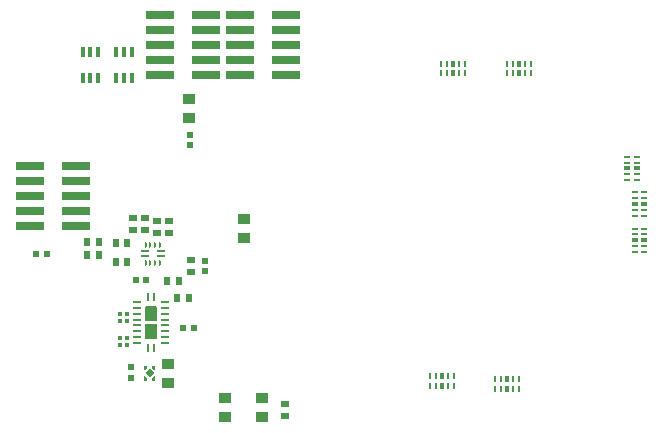
<source format=gbp>
G04*
G04 #@! TF.GenerationSoftware,Altium Limited,Altium Designer,20.0.13 (296)*
G04*
G04 Layer_Color=128*
%FSLAX44Y44*%
%MOMM*%
G71*
G01*
G75*
%ADD20R,1.0000X0.9000*%
%ADD25R,0.5500X0.6500*%
%ADD84R,0.3500X0.8500*%
%ADD85R,0.6200X0.6200*%
G04:AMPARAMS|DCode=86|XSize=0.2mm|YSize=0.565mm|CornerRadius=0.05mm|HoleSize=0mm|Usage=FLASHONLY|Rotation=270.000|XOffset=0mm|YOffset=0mm|HoleType=Round|Shape=RoundedRectangle|*
%AMROUNDEDRECTD86*
21,1,0.2000,0.4650,0,0,270.0*
21,1,0.1000,0.5650,0,0,270.0*
1,1,0.1000,-0.2325,-0.0500*
1,1,0.1000,-0.2325,0.0500*
1,1,0.1000,0.2325,0.0500*
1,1,0.1000,0.2325,-0.0500*
%
%ADD86ROUNDEDRECTD86*%
G04:AMPARAMS|DCode=87|XSize=0.4mm|YSize=0.565mm|CornerRadius=0.05mm|HoleSize=0mm|Usage=FLASHONLY|Rotation=270.000|XOffset=0mm|YOffset=0mm|HoleType=Round|Shape=RoundedRectangle|*
%AMROUNDEDRECTD87*
21,1,0.4000,0.4650,0,0,270.0*
21,1,0.3000,0.5650,0,0,270.0*
1,1,0.1000,-0.2325,-0.1500*
1,1,0.1000,-0.2325,0.1500*
1,1,0.1000,0.2325,0.1500*
1,1,0.1000,0.2325,-0.1500*
%
%ADD87ROUNDEDRECTD87*%
G04:AMPARAMS|DCode=88|XSize=0.2mm|YSize=0.565mm|CornerRadius=0.05mm|HoleSize=0mm|Usage=FLASHONLY|Rotation=180.000|XOffset=0mm|YOffset=0mm|HoleType=Round|Shape=RoundedRectangle|*
%AMROUNDEDRECTD88*
21,1,0.2000,0.4650,0,0,180.0*
21,1,0.1000,0.5650,0,0,180.0*
1,1,0.1000,-0.0500,0.2325*
1,1,0.1000,0.0500,0.2325*
1,1,0.1000,0.0500,-0.2325*
1,1,0.1000,-0.0500,-0.2325*
%
%ADD88ROUNDEDRECTD88*%
G04:AMPARAMS|DCode=89|XSize=0.4mm|YSize=0.565mm|CornerRadius=0.05mm|HoleSize=0mm|Usage=FLASHONLY|Rotation=180.000|XOffset=0mm|YOffset=0mm|HoleType=Round|Shape=RoundedRectangle|*
%AMROUNDEDRECTD89*
21,1,0.4000,0.4650,0,0,180.0*
21,1,0.3000,0.5650,0,0,180.0*
1,1,0.1000,-0.1500,0.2325*
1,1,0.1000,0.1500,0.2325*
1,1,0.1000,0.1500,-0.2325*
1,1,0.1000,-0.1500,-0.2325*
%
%ADD89ROUNDEDRECTD89*%
%ADD90R,2.4000X0.7600*%
G04:AMPARAMS|DCode=91|XSize=0.2mm|YSize=0.5mm|CornerRadius=0.05mm|HoleSize=0mm|Usage=FLASHONLY|Rotation=0.000|XOffset=0mm|YOffset=0mm|HoleType=Round|Shape=RoundedRectangle|*
%AMROUNDEDRECTD91*
21,1,0.2000,0.4000,0,0,0.0*
21,1,0.1000,0.5000,0,0,0.0*
1,1,0.1000,0.0500,-0.2000*
1,1,0.1000,-0.0500,-0.2000*
1,1,0.1000,-0.0500,0.2000*
1,1,0.1000,0.0500,0.2000*
%
%ADD91ROUNDEDRECTD91*%
G04:AMPARAMS|DCode=92|XSize=0.2mm|YSize=0.7mm|CornerRadius=0.05mm|HoleSize=0mm|Usage=FLASHONLY|Rotation=90.000|XOffset=0mm|YOffset=0mm|HoleType=Round|Shape=RoundedRectangle|*
%AMROUNDEDRECTD92*
21,1,0.2000,0.6000,0,0,90.0*
21,1,0.1000,0.7000,0,0,90.0*
1,1,0.1000,0.3000,0.0500*
1,1,0.1000,0.3000,-0.0500*
1,1,0.1000,-0.3000,-0.0500*
1,1,0.1000,-0.3000,0.0500*
%
%ADD92ROUNDEDRECTD92*%
G04:AMPARAMS|DCode=93|XSize=0.25mm|YSize=0.6mm|CornerRadius=0.025mm|HoleSize=0mm|Usage=FLASHONLY|Rotation=90.000|XOffset=0mm|YOffset=0mm|HoleType=Round|Shape=RoundedRectangle|*
%AMROUNDEDRECTD93*
21,1,0.2500,0.5500,0,0,90.0*
21,1,0.2000,0.6000,0,0,90.0*
1,1,0.0500,0.2750,0.1000*
1,1,0.0500,0.2750,-0.1000*
1,1,0.0500,-0.2750,-0.1000*
1,1,0.0500,-0.2750,0.1000*
%
%ADD93ROUNDEDRECTD93*%
G04:AMPARAMS|DCode=94|XSize=0.25mm|YSize=0.6mm|CornerRadius=0.025mm|HoleSize=0mm|Usage=FLASHONLY|Rotation=180.000|XOffset=0mm|YOffset=0mm|HoleType=Round|Shape=RoundedRectangle|*
%AMROUNDEDRECTD94*
21,1,0.2500,0.5500,0,0,180.0*
21,1,0.2000,0.6000,0,0,180.0*
1,1,0.0500,-0.1000,0.2750*
1,1,0.0500,0.1000,0.2750*
1,1,0.0500,0.1000,-0.2750*
1,1,0.0500,-0.1000,-0.2750*
%
%ADD94ROUNDEDRECTD94*%
%ADD96R,0.1500X0.1500*%
%ADD97R,0.1500X0.1500*%
%ADD98P,0.6788X4X90.0*%
%ADD99R,0.6500X0.5500*%
%ADD100R,0.3600X0.3200*%
%ADD101R,0.6200X0.6200*%
G36*
X125567Y131848D02*
X125848Y131567D01*
X126000Y131199D01*
Y131000D01*
Y120000D01*
Y119801D01*
X125848Y119434D01*
X125567Y119152D01*
X125199Y119000D01*
X116801D01*
X116434Y119152D01*
X116152Y119434D01*
X116000Y119801D01*
Y120000D01*
Y131000D01*
Y131199D01*
X116152Y131567D01*
X116434Y131848D01*
X116801Y132000D01*
X125199D01*
X125567Y131848D01*
D02*
G37*
G36*
Y116848D02*
X125848Y116567D01*
X126000Y116199D01*
Y116000D01*
Y105000D01*
Y104801D01*
X125848Y104434D01*
X125567Y104152D01*
X125199Y104000D01*
X116801D01*
X116434Y104152D01*
X116152Y104434D01*
X116000Y104801D01*
Y105000D01*
Y116000D01*
Y116199D01*
X116152Y116567D01*
X116434Y116848D01*
X116801Y117000D01*
X125199D01*
X125567Y116848D01*
D02*
G37*
G36*
X124000Y77400D02*
X123700D01*
X121900Y79200D01*
Y81000D01*
X124000D01*
Y77400D01*
D02*
G37*
G36*
X117500Y79200D02*
X115700Y77400D01*
X115400D01*
Y81000D01*
X117500D01*
Y79200D01*
D02*
G37*
G36*
X124000Y68800D02*
X121900D01*
Y70600D01*
X123700Y72400D01*
X124000D01*
Y68800D01*
D02*
G37*
G36*
X117500Y70600D02*
Y68800D01*
X115400D01*
Y72400D01*
X115700D01*
X117500Y70600D01*
D02*
G37*
D20*
X183326Y37712D02*
D03*
Y53712D02*
D03*
X215326Y37712D02*
D03*
Y53712D02*
D03*
X200000Y206000D02*
D03*
Y190000D02*
D03*
X135000Y83000D02*
D03*
Y67000D02*
D03*
X153000Y307500D02*
D03*
Y291500D02*
D03*
D25*
X67000Y186000D02*
D03*
X77000D02*
D03*
X67000Y175000D02*
D03*
X77000D02*
D03*
X101000Y185000D02*
D03*
X91000D02*
D03*
X101000Y169000D02*
D03*
X91000D02*
D03*
X144501Y153249D02*
D03*
X134501D02*
D03*
X153000Y139000D02*
D03*
X143000D02*
D03*
D84*
X76000Y346802D02*
D03*
X69500D02*
D03*
X63000D02*
D03*
Y324803D02*
D03*
X69500D02*
D03*
X76000D02*
D03*
X104501D02*
D03*
X98001D02*
D03*
X91501D02*
D03*
Y346802D02*
D03*
X98001D02*
D03*
X104501D02*
D03*
D85*
X154000Y268024D02*
D03*
Y277024D02*
D03*
X167000Y161500D02*
D03*
Y170500D02*
D03*
X103700Y71400D02*
D03*
Y80400D02*
D03*
D86*
X530325Y197594D02*
D03*
Y192594D02*
D03*
Y182594D02*
D03*
Y177594D02*
D03*
X538675D02*
D03*
Y182594D02*
D03*
Y192594D02*
D03*
Y197594D02*
D03*
X532675Y258500D02*
D03*
Y253500D02*
D03*
Y243500D02*
D03*
Y238500D02*
D03*
X524325D02*
D03*
Y243500D02*
D03*
Y253500D02*
D03*
Y258500D02*
D03*
X530325Y228500D02*
D03*
Y223500D02*
D03*
Y213500D02*
D03*
Y208500D02*
D03*
X538675D02*
D03*
Y213500D02*
D03*
Y223500D02*
D03*
Y228500D02*
D03*
D87*
X530325Y187594D02*
D03*
X538675D02*
D03*
X532675Y248500D02*
D03*
X524325D02*
D03*
X530325Y218500D02*
D03*
X538675D02*
D03*
D88*
X377500Y72738D02*
D03*
X372500D02*
D03*
X362500D02*
D03*
X357500D02*
D03*
Y64388D02*
D03*
X362500D02*
D03*
X372500D02*
D03*
X377500D02*
D03*
X432500Y70413D02*
D03*
X427500D02*
D03*
X417500D02*
D03*
X412500D02*
D03*
Y62063D02*
D03*
X417500D02*
D03*
X427500D02*
D03*
X432500D02*
D03*
X422500Y328969D02*
D03*
X427500D02*
D03*
X437500D02*
D03*
X442500D02*
D03*
Y337319D02*
D03*
X437500D02*
D03*
X427500D02*
D03*
X422500D02*
D03*
X366450Y328969D02*
D03*
X371450D02*
D03*
X381450D02*
D03*
X386450D02*
D03*
Y337319D02*
D03*
X381450D02*
D03*
X371450D02*
D03*
X366450D02*
D03*
D89*
X367500Y72738D02*
D03*
Y64388D02*
D03*
X422500Y70413D02*
D03*
Y62063D02*
D03*
X432500Y328969D02*
D03*
Y337319D02*
D03*
X376450Y328969D02*
D03*
Y337319D02*
D03*
D90*
X57500Y250400D02*
D03*
Y237700D02*
D03*
Y225000D02*
D03*
Y212300D02*
D03*
Y199600D02*
D03*
X18500Y250400D02*
D03*
Y237700D02*
D03*
Y225000D02*
D03*
Y212300D02*
D03*
Y199600D02*
D03*
X128500Y327600D02*
D03*
Y340300D02*
D03*
Y353000D02*
D03*
Y365700D02*
D03*
Y378400D02*
D03*
X167500Y327600D02*
D03*
Y340300D02*
D03*
Y353000D02*
D03*
Y365700D02*
D03*
Y378400D02*
D03*
X196500Y327600D02*
D03*
Y340300D02*
D03*
Y353000D02*
D03*
Y365700D02*
D03*
Y378400D02*
D03*
X235500Y327600D02*
D03*
Y340300D02*
D03*
Y353000D02*
D03*
Y365700D02*
D03*
Y378400D02*
D03*
D91*
X116502Y168748D02*
D03*
X120502D02*
D03*
X124502D02*
D03*
X128502D02*
D03*
Y183748D02*
D03*
X124502D02*
D03*
X120502D02*
D03*
X116502D02*
D03*
D92*
X129002Y174249D02*
D03*
Y178249D02*
D03*
X116002D02*
D03*
Y174249D02*
D03*
D93*
X109500Y130500D02*
D03*
Y135500D02*
D03*
Y110500D02*
D03*
Y115500D02*
D03*
Y120500D02*
D03*
Y125500D02*
D03*
Y100500D02*
D03*
Y105500D02*
D03*
X132500Y100500D02*
D03*
Y115500D02*
D03*
Y120500D02*
D03*
Y135500D02*
D03*
Y110500D02*
D03*
Y105500D02*
D03*
Y130500D02*
D03*
Y125500D02*
D03*
D94*
X123500Y139500D02*
D03*
X118500D02*
D03*
Y96500D02*
D03*
X123500D02*
D03*
D96*
X123000Y80000D02*
D03*
D97*
X116400D02*
D03*
X123000Y69800D02*
D03*
X116400D02*
D03*
D98*
X119700Y74900D02*
D03*
D99*
X136000Y194000D02*
D03*
Y204000D02*
D03*
X126000Y194000D02*
D03*
Y204000D02*
D03*
X155000Y171000D02*
D03*
Y161000D02*
D03*
X115501Y206499D02*
D03*
Y196499D02*
D03*
X105501Y206499D02*
D03*
Y196499D02*
D03*
X234316Y38680D02*
D03*
Y48680D02*
D03*
D100*
X100301Y99249D02*
D03*
X94701D02*
D03*
X100301Y105249D02*
D03*
X94701D02*
D03*
X100301Y119249D02*
D03*
X94701D02*
D03*
X100301Y125249D02*
D03*
X94701D02*
D03*
D101*
X23694Y175768D02*
D03*
X32694D02*
D03*
X117001Y154249D02*
D03*
X108001D02*
D03*
X157336Y113538D02*
D03*
X148336D02*
D03*
M02*

</source>
